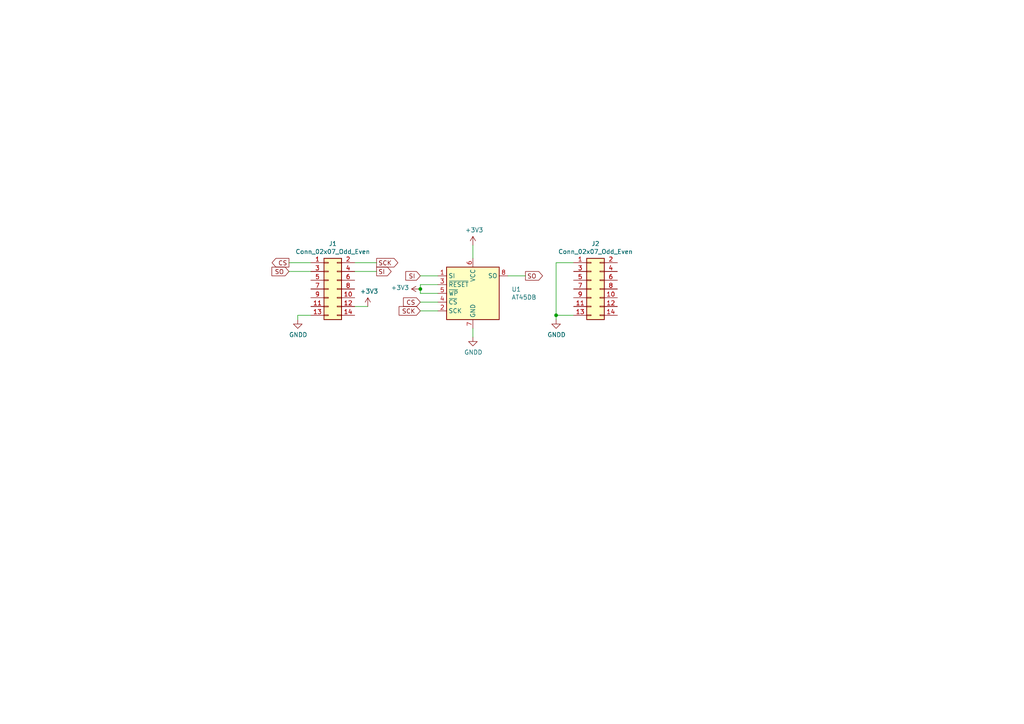
<source format=kicad_sch>
(kicad_sch (version 20230121) (generator eeschema)

  (uuid cd50e8ff-fae6-44d3-8d6e-d508bd3ca3f3)

  (paper "A4")

  (title_block
    (title "NANDO SOIC-8 adapter solder")
    (rev "v1.0")
  )

  (lib_symbols
    (symbol "nand_programmator:+3.3V" (power) (pin_names (offset 0)) (in_bom yes) (on_board yes)
      (property "Reference" "#PWR" (at 0 -3.81 0)
        (effects (font (size 1.27 1.27)) hide)
      )
      (property "Value" "+3.3V" (at 0 3.556 0)
        (effects (font (size 1.27 1.27)))
      )
      (property "Footprint" "" (at 0 0 0)
        (effects (font (size 1.27 1.27)))
      )
      (property "Datasheet" "" (at 0 0 0)
        (effects (font (size 1.27 1.27)))
      )
      (symbol "+3.3V_0_1"
        (polyline
          (pts
            (xy -0.762 1.27)
            (xy 0 2.54)
          )
          (stroke (width 0) (type solid))
          (fill (type none))
        )
        (polyline
          (pts
            (xy 0 0)
            (xy 0 2.54)
          )
          (stroke (width 0) (type solid))
          (fill (type none))
        )
        (polyline
          (pts
            (xy 0 2.54)
            (xy 0.762 1.27)
          )
          (stroke (width 0) (type solid))
          (fill (type none))
        )
      )
      (symbol "+3.3V_1_1"
        (pin power_in line (at 0 0 90) (length 0) hide
          (name "+3V3" (effects (font (size 1.27 1.27))))
          (number "1" (effects (font (size 1.27 1.27))))
        )
      )
    )
    (symbol "nand_programmator:AT45DB161D-SU" (in_bom yes) (on_board yes)
      (property "Reference" "U" (at -7.62 8.89 0)
        (effects (font (size 1.27 1.27)))
      )
      (property "Value" "AT45DB161D-SU" (at 10.16 8.89 0)
        (effects (font (size 1.27 1.27)))
      )
      (property "Footprint" "Package_SO:SOIC-8_5.275x5.275mm_P1.27mm" (at 29.21 -15.24 0)
        (effects (font (size 1.27 1.27)) hide)
      )
      (property "Datasheet" "https://www.adestotech.com/wp-content/uploads/doc3500.pdf" (at 0 0 0)
        (effects (font (size 1.27 1.27)) hide)
      )
      (property "ki_keywords" "Adesto Flash Memory DataFlash" (at 0 0 0)
        (effects (font (size 1.27 1.27)) hide)
      )
      (property "ki_description" "16Mb Serial DataFlash, 2.5V Vcc, SOIC-8" (at 0 0 0)
        (effects (font (size 1.27 1.27)) hide)
      )
      (property "ki_fp_filters" "SOIC*P1.27mm*" (at 0 0 0)
        (effects (font (size 1.27 1.27)) hide)
      )
      (symbol "AT45DB161D-SU_1_1"
        (rectangle (start -7.62 7.62) (end 7.62 -7.62)
          (stroke (width 0.254) (type solid))
          (fill (type background))
        )
        (pin input line (at -10.16 5.08 0) (length 2.54)
          (name "SI" (effects (font (size 1.27 1.27))))
          (number "1" (effects (font (size 1.27 1.27))))
        )
        (pin input line (at -10.16 -5.08 0) (length 2.54)
          (name "SCK" (effects (font (size 1.27 1.27))))
          (number "2" (effects (font (size 1.27 1.27))))
        )
        (pin bidirectional line (at -10.16 2.54 0) (length 2.54)
          (name "~{RESET}" (effects (font (size 1.27 1.27))))
          (number "3" (effects (font (size 1.27 1.27))))
        )
        (pin input line (at -10.16 -2.54 0) (length 2.54)
          (name "~{CS}" (effects (font (size 1.27 1.27))))
          (number "4" (effects (font (size 1.27 1.27))))
        )
        (pin input line (at -10.16 0 0) (length 2.54)
          (name "~{WP}" (effects (font (size 1.27 1.27))))
          (number "5" (effects (font (size 1.27 1.27))))
        )
        (pin power_in line (at 0 10.16 270) (length 2.54)
          (name "VCC" (effects (font (size 1.27 1.27))))
          (number "6" (effects (font (size 1.27 1.27))))
        )
        (pin power_in line (at 0 -10.16 90) (length 2.54)
          (name "GND" (effects (font (size 1.27 1.27))))
          (number "7" (effects (font (size 1.27 1.27))))
        )
        (pin output line (at 10.16 5.08 180) (length 2.54)
          (name "SO" (effects (font (size 1.27 1.27))))
          (number "8" (effects (font (size 1.27 1.27))))
        )
      )
    )
    (symbol "nand_programmator:Conn_02x07_Odd_Even" (pin_names (offset 1.016) hide) (in_bom yes) (on_board yes)
      (property "Reference" "J" (at 1.27 10.16 0)
        (effects (font (size 1.27 1.27)))
      )
      (property "Value" "Conn_02x07_Odd_Even" (at 1.27 -10.16 0)
        (effects (font (size 1.27 1.27)))
      )
      (property "Footprint" "" (at 0 0 0)
        (effects (font (size 1.27 1.27)) hide)
      )
      (property "Datasheet" "~" (at 0 0 0)
        (effects (font (size 1.27 1.27)) hide)
      )
      (property "ki_keywords" "connector" (at 0 0 0)
        (effects (font (size 1.27 1.27)) hide)
      )
      (property "ki_description" "Generic connector, double row, 02x07, odd/even pin numbering scheme (row 1 odd numbers, row 2 even numbers), script generated (kicad-library-utils/schlib/autogen/connector/)" (at 0 0 0)
        (effects (font (size 1.27 1.27)) hide)
      )
      (property "ki_fp_filters" "Connector*:*_2x??_*" (at 0 0 0)
        (effects (font (size 1.27 1.27)) hide)
      )
      (symbol "Conn_02x07_Odd_Even_1_1"
        (rectangle (start -1.27 -7.493) (end 0 -7.747)
          (stroke (width 0.1524) (type solid))
          (fill (type none))
        )
        (rectangle (start -1.27 -4.953) (end 0 -5.207)
          (stroke (width 0.1524) (type solid))
          (fill (type none))
        )
        (rectangle (start -1.27 -2.413) (end 0 -2.667)
          (stroke (width 0.1524) (type solid))
          (fill (type none))
        )
        (rectangle (start -1.27 0.127) (end 0 -0.127)
          (stroke (width 0.1524) (type solid))
          (fill (type none))
        )
        (rectangle (start -1.27 2.667) (end 0 2.413)
          (stroke (width 0.1524) (type solid))
          (fill (type none))
        )
        (rectangle (start -1.27 5.207) (end 0 4.953)
          (stroke (width 0.1524) (type solid))
          (fill (type none))
        )
        (rectangle (start -1.27 7.747) (end 0 7.493)
          (stroke (width 0.1524) (type solid))
          (fill (type none))
        )
        (rectangle (start -1.27 8.89) (end 3.81 -8.89)
          (stroke (width 0.254) (type solid))
          (fill (type background))
        )
        (rectangle (start 3.81 -7.493) (end 2.54 -7.747)
          (stroke (width 0.1524) (type solid))
          (fill (type none))
        )
        (rectangle (start 3.81 -4.953) (end 2.54 -5.207)
          (stroke (width 0.1524) (type solid))
          (fill (type none))
        )
        (rectangle (start 3.81 -2.413) (end 2.54 -2.667)
          (stroke (width 0.1524) (type solid))
          (fill (type none))
        )
        (rectangle (start 3.81 0.127) (end 2.54 -0.127)
          (stroke (width 0.1524) (type solid))
          (fill (type none))
        )
        (rectangle (start 3.81 2.667) (end 2.54 2.413)
          (stroke (width 0.1524) (type solid))
          (fill (type none))
        )
        (rectangle (start 3.81 5.207) (end 2.54 4.953)
          (stroke (width 0.1524) (type solid))
          (fill (type none))
        )
        (rectangle (start 3.81 7.747) (end 2.54 7.493)
          (stroke (width 0.1524) (type solid))
          (fill (type none))
        )
        (pin passive line (at -5.08 7.62 0) (length 3.81)
          (name "Pin_1" (effects (font (size 1.27 1.27))))
          (number "1" (effects (font (size 1.27 1.27))))
        )
        (pin passive line (at 7.62 -2.54 180) (length 3.81)
          (name "Pin_10" (effects (font (size 1.27 1.27))))
          (number "10" (effects (font (size 1.27 1.27))))
        )
        (pin passive line (at -5.08 -5.08 0) (length 3.81)
          (name "Pin_11" (effects (font (size 1.27 1.27))))
          (number "11" (effects (font (size 1.27 1.27))))
        )
        (pin passive line (at 7.62 -5.08 180) (length 3.81)
          (name "Pin_12" (effects (font (size 1.27 1.27))))
          (number "12" (effects (font (size 1.27 1.27))))
        )
        (pin passive line (at -5.08 -7.62 0) (length 3.81)
          (name "Pin_13" (effects (font (size 1.27 1.27))))
          (number "13" (effects (font (size 1.27 1.27))))
        )
        (pin passive line (at 7.62 -7.62 180) (length 3.81)
          (name "Pin_14" (effects (font (size 1.27 1.27))))
          (number "14" (effects (font (size 1.27 1.27))))
        )
        (pin passive line (at 7.62 7.62 180) (length 3.81)
          (name "Pin_2" (effects (font (size 1.27 1.27))))
          (number "2" (effects (font (size 1.27 1.27))))
        )
        (pin passive line (at -5.08 5.08 0) (length 3.81)
          (name "Pin_3" (effects (font (size 1.27 1.27))))
          (number "3" (effects (font (size 1.27 1.27))))
        )
        (pin passive line (at 7.62 5.08 180) (length 3.81)
          (name "Pin_4" (effects (font (size 1.27 1.27))))
          (number "4" (effects (font (size 1.27 1.27))))
        )
        (pin passive line (at -5.08 2.54 0) (length 3.81)
          (name "Pin_5" (effects (font (size 1.27 1.27))))
          (number "5" (effects (font (size 1.27 1.27))))
        )
        (pin passive line (at 7.62 2.54 180) (length 3.81)
          (name "Pin_6" (effects (font (size 1.27 1.27))))
          (number "6" (effects (font (size 1.27 1.27))))
        )
        (pin passive line (at -5.08 0 0) (length 3.81)
          (name "Pin_7" (effects (font (size 1.27 1.27))))
          (number "7" (effects (font (size 1.27 1.27))))
        )
        (pin passive line (at 7.62 0 180) (length 3.81)
          (name "Pin_8" (effects (font (size 1.27 1.27))))
          (number "8" (effects (font (size 1.27 1.27))))
        )
        (pin passive line (at -5.08 -2.54 0) (length 3.81)
          (name "Pin_9" (effects (font (size 1.27 1.27))))
          (number "9" (effects (font (size 1.27 1.27))))
        )
      )
    )
    (symbol "nand_programmator:GNDD" (power) (pin_names (offset 0)) (in_bom yes) (on_board yes)
      (property "Reference" "#PWR" (at 0 -6.35 0)
        (effects (font (size 1.27 1.27)) hide)
      )
      (property "Value" "GNDD" (at 0 -3.81 0)
        (effects (font (size 1.27 1.27)))
      )
      (property "Footprint" "" (at 0 0 0)
        (effects (font (size 1.27 1.27)))
      )
      (property "Datasheet" "" (at 0 0 0)
        (effects (font (size 1.27 1.27)))
      )
      (symbol "GNDD_0_1"
        (polyline
          (pts
            (xy 0 0)
            (xy 0 -1.27)
            (xy 1.27 -1.27)
            (xy 0 -2.54)
            (xy -1.27 -1.27)
            (xy 0 -1.27)
          )
          (stroke (width 0) (type solid))
          (fill (type none))
        )
      )
      (symbol "GNDD_1_1"
        (pin power_in line (at 0 0 270) (length 0) hide
          (name "GNDD" (effects (font (size 1.27 1.27))))
          (number "1" (effects (font (size 1.27 1.27))))
        )
      )
    )
  )

  (junction (at 121.92 83.82) (diameter 0) (color 0 0 0 0)
    (uuid 68535c64-f983-425d-83b2-58a7a8d43e8d)
  )
  (junction (at 161.29 91.44) (diameter 0) (color 0 0 0 0)
    (uuid aa06d61e-25af-47b0-96bc-656cd50e644c)
  )

  (wire (pts (xy 102.87 78.74) (xy 109.22 78.74))
    (stroke (width 0) (type default))
    (uuid 1683f84a-2fa9-4a8a-974b-cb1d2984b33e)
  )
  (wire (pts (xy 121.92 90.17) (xy 127 90.17))
    (stroke (width 0) (type default))
    (uuid 21b11618-5b85-43b9-a316-6c25068e47b2)
  )
  (wire (pts (xy 166.37 91.44) (xy 161.29 91.44))
    (stroke (width 0) (type default))
    (uuid 355e1eb3-8125-4415-85a3-adc7142e0f10)
  )
  (wire (pts (xy 137.16 71.12) (xy 137.16 74.93))
    (stroke (width 0) (type default))
    (uuid 385cffb6-9a6b-4dd7-957c-5c42281e8a8a)
  )
  (wire (pts (xy 147.32 80.01) (xy 152.4 80.01))
    (stroke (width 0) (type default))
    (uuid 45389407-549c-4cde-8da9-a9839b30fca6)
  )
  (wire (pts (xy 127 82.55) (xy 121.92 82.55))
    (stroke (width 0) (type default))
    (uuid 5a91dece-01ea-472f-ae75-7e86871533b4)
  )
  (wire (pts (xy 127 85.09) (xy 121.92 85.09))
    (stroke (width 0) (type default))
    (uuid 6406aec6-59c3-4a3b-bbec-db2c696b681f)
  )
  (wire (pts (xy 86.36 92.71) (xy 86.36 91.44))
    (stroke (width 0) (type default))
    (uuid 6918cc59-a434-4fef-9963-11aa4a9a84d9)
  )
  (wire (pts (xy 166.37 76.2) (xy 161.29 76.2))
    (stroke (width 0) (type default))
    (uuid 695bf6ea-adab-4f32-b019-b74f4af96b22)
  )
  (wire (pts (xy 86.36 91.44) (xy 90.17 91.44))
    (stroke (width 0) (type default))
    (uuid 72df3afe-a2f0-4dfa-84fa-21a07cdba8dd)
  )
  (wire (pts (xy 106.68 88.9) (xy 102.87 88.9))
    (stroke (width 0) (type default))
    (uuid 9da2168c-6197-4e1e-a7aa-a45d0871673e)
  )
  (wire (pts (xy 83.82 78.74) (xy 90.17 78.74))
    (stroke (width 0) (type default))
    (uuid aa3d2a45-6006-40cd-a85e-26b6191cfc44)
  )
  (wire (pts (xy 121.92 85.09) (xy 121.92 83.82))
    (stroke (width 0) (type default))
    (uuid af7b78b6-0b64-45cd-b375-a20b94c5fb8c)
  )
  (wire (pts (xy 137.16 95.25) (xy 137.16 97.79))
    (stroke (width 0) (type default))
    (uuid bc397898-d12f-4613-9602-6fd521b8102a)
  )
  (wire (pts (xy 121.92 82.55) (xy 121.92 83.82))
    (stroke (width 0) (type default))
    (uuid bdc68d39-2e1b-4784-8fec-7d152a3418d9)
  )
  (wire (pts (xy 102.87 76.2) (xy 109.22 76.2))
    (stroke (width 0) (type default))
    (uuid c3a4ec31-e202-47f3-90a1-0b28bc1d3eb3)
  )
  (wire (pts (xy 121.92 80.01) (xy 127 80.01))
    (stroke (width 0) (type default))
    (uuid ca201e19-ba4d-41a7-ac81-f8c27acc3de0)
  )
  (wire (pts (xy 121.92 87.63) (xy 127 87.63))
    (stroke (width 0) (type default))
    (uuid d0277528-0ccb-4f53-a895-9cee9065f8ba)
  )
  (wire (pts (xy 83.82 76.2) (xy 90.17 76.2))
    (stroke (width 0) (type default))
    (uuid ebf7354f-2f6d-44a7-829f-917ddc9ff037)
  )
  (wire (pts (xy 161.29 91.44) (xy 161.29 92.71))
    (stroke (width 0) (type default))
    (uuid faba8e85-8882-444b-a9aa-5ef09f7c2895)
  )
  (wire (pts (xy 161.29 76.2) (xy 161.29 91.44))
    (stroke (width 0) (type default))
    (uuid fed77c81-4a47-44ef-a75f-41ccc42bb7f3)
  )

  (global_label "SO" (shape output) (at 152.4 80.01 0)
    (effects (font (size 1.27 1.27)) (justify left))
    (uuid 0f9cb3af-eb81-4649-a6d1-1dfca2a44e20)
    (property "Intersheetrefs" "${INTERSHEET_REFS}" (at 152.4 80.01 0)
      (effects (font (size 1.27 1.27)) hide)
    )
  )
  (global_label "SI" (shape input) (at 121.92 80.01 180)
    (effects (font (size 1.27 1.27)) (justify right))
    (uuid 72a914f6-7c65-46e6-b1e6-0b9d4e9a158a)
    (property "Intersheetrefs" "${INTERSHEET_REFS}" (at 121.92 80.01 0)
      (effects (font (size 1.27 1.27)) hide)
    )
  )
  (global_label "CS" (shape output) (at 83.82 76.2 180)
    (effects (font (size 1.27 1.27)) (justify right))
    (uuid 77debe62-cb4b-4ec5-a92a-ec6cf1eb5e17)
    (property "Intersheetrefs" "${INTERSHEET_REFS}" (at 83.82 76.2 0)
      (effects (font (size 1.27 1.27)) hide)
    )
  )
  (global_label "SO" (shape input) (at 83.82 78.74 180)
    (effects (font (size 1.27 1.27)) (justify right))
    (uuid 95ed9306-842c-491c-8492-06a1e532c948)
    (property "Intersheetrefs" "${INTERSHEET_REFS}" (at 83.82 78.74 0)
      (effects (font (size 1.27 1.27)) hide)
    )
  )
  (global_label "SCK" (shape output) (at 109.22 76.2 0)
    (effects (font (size 1.27 1.27)) (justify left))
    (uuid cfccc3a8-2f61-4fad-b2e9-3868f08710d8)
    (property "Intersheetrefs" "${INTERSHEET_REFS}" (at 109.22 76.2 0)
      (effects (font (size 1.27 1.27)) hide)
    )
  )
  (global_label "CS" (shape input) (at 121.92 87.63 180)
    (effects (font (size 1.27 1.27)) (justify right))
    (uuid e2286127-09cb-464f-8c4b-28b5969f8ebb)
    (property "Intersheetrefs" "${INTERSHEET_REFS}" (at 121.92 87.63 0)
      (effects (font (size 1.27 1.27)) hide)
    )
  )
  (global_label "SCK" (shape input) (at 121.92 90.17 180)
    (effects (font (size 1.27 1.27)) (justify right))
    (uuid f2f485d0-5b8f-4648-9ca3-e93f88313975)
    (property "Intersheetrefs" "${INTERSHEET_REFS}" (at 121.92 90.17 0)
      (effects (font (size 1.27 1.27)) hide)
    )
  )
  (global_label "SI" (shape output) (at 109.22 78.74 0)
    (effects (font (size 1.27 1.27)) (justify left))
    (uuid fd58a320-6ba3-43a7-9439-457368d991b4)
    (property "Intersheetrefs" "${INTERSHEET_REFS}" (at 109.22 78.74 0)
      (effects (font (size 1.27 1.27)) hide)
    )
  )

  (symbol (lib_id "nand_programmator:AT45DB161D-SU") (at 137.16 85.09 0) (unit 1)
    (in_bom yes) (on_board yes) (dnp no)
    (uuid 00000000-0000-0000-0000-00005f656105)
    (property "Reference" "U1" (at 148.3614 83.9216 0)
      (effects (font (size 1.27 1.27)) (justify left))
    )
    (property "Value" "AT45DB" (at 148.3614 86.233 0)
      (effects (font (size 1.27 1.27)) (justify left))
    )
    (property "Footprint" "Package_SO:SOIC-8_3.9x4.9mm_P1.27mm" (at 166.37 100.33 0)
      (effects (font (size 1.27 1.27)) hide)
    )
    (property "Datasheet" "https://www.adestotech.com/wp-content/uploads/doc3500.pdf" (at 137.16 85.09 0)
      (effects (font (size 1.27 1.27)) hide)
    )
    (pin "1" (uuid 6d6905ad-6105-4cc7-8a51-9f888fc4dc6b))
    (pin "2" (uuid 1b60e3c6-dbce-4b05-afa7-fd660b1b7533))
    (pin "3" (uuid ee7e3d73-6a63-4bff-9730-046955f88904))
    (pin "4" (uuid 45c41271-912c-41ab-bdd4-990177183515))
    (pin "5" (uuid 58cecd3a-162c-41e4-a93c-6735b0bea535))
    (pin "6" (uuid ca4997ca-6345-4c5a-bea3-7f1a999cd2b8))
    (pin "7" (uuid 7df0ede8-5a72-4b94-ac6a-72bc1bc9ece4))
    (pin "8" (uuid 75dc1c7a-4bad-4820-9a60-16f8ef08d315))
    (instances
      (project "adapter_soic8_solder"
        (path "/cd50e8ff-fae6-44d3-8d6e-d508bd3ca3f3"
          (reference "U1") (unit 1)
        )
      )
    )
  )

  (symbol (lib_id "nand_programmator:Conn_02x07_Odd_Even") (at 95.25 83.82 0) (unit 1)
    (in_bom yes) (on_board yes) (dnp no)
    (uuid 00000000-0000-0000-0000-00005f6563ad)
    (property "Reference" "J1" (at 96.52 70.6882 0)
      (effects (font (size 1.27 1.27)))
    )
    (property "Value" "Conn_02x07_Odd_Even" (at 96.52 72.9996 0)
      (effects (font (size 1.27 1.27)))
    )
    (property "Footprint" "Connector_PinSocket_2.54mm:PinSocket_2x07_P2.54mm_Vertical" (at 95.25 83.82 0)
      (effects (font (size 1.27 1.27)) hide)
    )
    (property "Datasheet" "~" (at 95.25 83.82 0)
      (effects (font (size 1.27 1.27)) hide)
    )
    (property "Farnell Ref" "1392520" (at 95.25 83.82 0)
      (effects (font (size 1.27 1.27)) hide)
    )
    (pin "1" (uuid 8a1a28b6-9475-4c2c-bf84-f2ea360a3681))
    (pin "10" (uuid a47b65d4-66ef-425c-8ef2-9da51b68502d))
    (pin "11" (uuid 8efce06d-11e0-4c92-be3e-01bba1f775ce))
    (pin "12" (uuid 4f399a3e-f6e6-42dc-a11f-33e567550c50))
    (pin "13" (uuid eb9b910b-2fdc-448f-903e-cce40d3b2989))
    (pin "14" (uuid 5784396c-e775-400d-a86e-f37d98465b1d))
    (pin "2" (uuid 5ee1d7bc-f7c3-46b2-8d1f-0722b3264c4e))
    (pin "3" (uuid a93169a4-7398-49f0-aa31-bdfa0acc09fc))
    (pin "4" (uuid 913de532-1d54-4cb9-a673-6a486cba10d3))
    (pin "5" (uuid 819d7a4e-a5c5-436f-8908-27e3dfcd4dc6))
    (pin "6" (uuid 69303a66-e75f-4f59-b917-12882594978c))
    (pin "7" (uuid 38a64dcf-c3d4-484c-8bdb-3fd40312fa23))
    (pin "8" (uuid e88301a4-16eb-482d-85b9-b524ed0cc582))
    (pin "9" (uuid f1ad393b-c6f3-4982-a3b7-00431c2c7b2f))
    (instances
      (project "adapter_soic8_solder"
        (path "/cd50e8ff-fae6-44d3-8d6e-d508bd3ca3f3"
          (reference "J1") (unit 1)
        )
      )
    )
  )

  (symbol (lib_id "nand_programmator:Conn_02x07_Odd_Even") (at 171.45 83.82 0) (unit 1)
    (in_bom yes) (on_board yes) (dnp no)
    (uuid 00000000-0000-0000-0000-00005f65640f)
    (property "Reference" "J2" (at 172.72 70.6882 0)
      (effects (font (size 1.27 1.27)))
    )
    (property "Value" "Conn_02x07_Odd_Even" (at 172.72 72.9996 0)
      (effects (font (size 1.27 1.27)))
    )
    (property "Footprint" "Connector_PinSocket_2.54mm:PinSocket_2x07_P2.54mm_Vertical" (at 171.45 83.82 0)
      (effects (font (size 1.27 1.27)) hide)
    )
    (property "Datasheet" "~" (at 171.45 83.82 0)
      (effects (font (size 1.27 1.27)) hide)
    )
    (property "Farnell Ref" "1392520" (at 171.45 83.82 0)
      (effects (font (size 1.27 1.27)) hide)
    )
    (pin "1" (uuid 4697954f-cfa5-4848-96f2-1b456048f27d))
    (pin "10" (uuid 179eea53-0c17-4a25-8957-48417e9791e9))
    (pin "11" (uuid c1d490c8-f6ee-4248-ac1b-c76ada3f175d))
    (pin "12" (uuid 73eafc8e-0f69-46f3-bc95-464657610ac4))
    (pin "13" (uuid 394e0f9c-3714-465f-b15c-0e1c90b0ec94))
    (pin "14" (uuid 27bd8257-a060-4664-9ecf-8c5908363fe3))
    (pin "2" (uuid 1d93a422-dd43-4fd9-8b18-443666749b0b))
    (pin "3" (uuid d864da6b-b160-4bcc-a32b-d4e39b40eb75))
    (pin "4" (uuid 2de73035-c8a7-4c0c-807b-e959133fedd7))
    (pin "5" (uuid a974ab43-3922-4300-8844-5fcad098c7f3))
    (pin "6" (uuid d8430f91-1c9d-4b36-a824-edacbc526e73))
    (pin "7" (uuid cefb9c0c-d213-4626-bb91-23ccf1b9234e))
    (pin "8" (uuid a814d127-672d-4693-b513-ebfcb2295ec4))
    (pin "9" (uuid f0d5898c-fc33-4456-b7c6-4f273d6fff0d))
    (instances
      (project "adapter_soic8_solder"
        (path "/cd50e8ff-fae6-44d3-8d6e-d508bd3ca3f3"
          (reference "J2") (unit 1)
        )
      )
    )
  )

  (symbol (lib_id "nand_programmator:GNDD") (at 137.16 97.79 0) (unit 1)
    (in_bom yes) (on_board yes) (dnp no)
    (uuid 00000000-0000-0000-0000-00005f65723c)
    (property "Reference" "#PWR0101" (at 137.16 104.14 0)
      (effects (font (size 1.27 1.27)) hide)
    )
    (property "Value" "GNDD" (at 137.287 102.1842 0)
      (effects (font (size 1.27 1.27)))
    )
    (property "Footprint" "" (at 137.16 97.79 0)
      (effects (font (size 1.27 1.27)))
    )
    (property "Datasheet" "" (at 137.16 97.79 0)
      (effects (font (size 1.27 1.27)))
    )
    (pin "1" (uuid 1680b7f3-9a68-4fbc-8f94-16c58866c231))
    (instances
      (project "adapter_soic8_solder"
        (path "/cd50e8ff-fae6-44d3-8d6e-d508bd3ca3f3"
          (reference "#PWR0101") (unit 1)
        )
      )
    )
  )

  (symbol (lib_id "nand_programmator:GNDD") (at 86.36 92.71 0) (unit 1)
    (in_bom yes) (on_board yes) (dnp no)
    (uuid 00000000-0000-0000-0000-00005f657271)
    (property "Reference" "#PWR0102" (at 86.36 99.06 0)
      (effects (font (size 1.27 1.27)) hide)
    )
    (property "Value" "GNDD" (at 86.487 97.1042 0)
      (effects (font (size 1.27 1.27)))
    )
    (property "Footprint" "" (at 86.36 92.71 0)
      (effects (font (size 1.27 1.27)))
    )
    (property "Datasheet" "" (at 86.36 92.71 0)
      (effects (font (size 1.27 1.27)))
    )
    (pin "1" (uuid f7b2f28a-b309-4fa9-b218-4817403ea5c5))
    (instances
      (project "adapter_soic8_solder"
        (path "/cd50e8ff-fae6-44d3-8d6e-d508bd3ca3f3"
          (reference "#PWR0102") (unit 1)
        )
      )
    )
  )

  (symbol (lib_id "nand_programmator:+3.3V") (at 106.68 88.9 0) (unit 1)
    (in_bom yes) (on_board yes) (dnp no)
    (uuid 00000000-0000-0000-0000-00005f6572c8)
    (property "Reference" "#PWR0103" (at 106.68 92.71 0)
      (effects (font (size 1.27 1.27)) hide)
    )
    (property "Value" "+3.3V" (at 107.061 84.5058 0)
      (effects (font (size 1.27 1.27)))
    )
    (property "Footprint" "" (at 106.68 88.9 0)
      (effects (font (size 1.27 1.27)))
    )
    (property "Datasheet" "" (at 106.68 88.9 0)
      (effects (font (size 1.27 1.27)))
    )
    (pin "1" (uuid 1ac74781-a306-46a8-adf4-659f95566ded))
    (instances
      (project "adapter_soic8_solder"
        (path "/cd50e8ff-fae6-44d3-8d6e-d508bd3ca3f3"
          (reference "#PWR0103") (unit 1)
        )
      )
    )
  )

  (symbol (lib_id "nand_programmator:+3.3V") (at 137.16 71.12 0) (unit 1)
    (in_bom yes) (on_board yes) (dnp no)
    (uuid 00000000-0000-0000-0000-00005f6572f3)
    (property "Reference" "#PWR0104" (at 137.16 74.93 0)
      (effects (font (size 1.27 1.27)) hide)
    )
    (property "Value" "+3.3V" (at 137.541 66.7258 0)
      (effects (font (size 1.27 1.27)))
    )
    (property "Footprint" "" (at 137.16 71.12 0)
      (effects (font (size 1.27 1.27)))
    )
    (property "Datasheet" "" (at 137.16 71.12 0)
      (effects (font (size 1.27 1.27)))
    )
    (pin "1" (uuid 53947ed6-5151-46d5-a7e2-81284874f7c8))
    (instances
      (project "adapter_soic8_solder"
        (path "/cd50e8ff-fae6-44d3-8d6e-d508bd3ca3f3"
          (reference "#PWR0104") (unit 1)
        )
      )
    )
  )

  (symbol (lib_id "nand_programmator:+3.3V") (at 121.92 83.82 90) (unit 1)
    (in_bom yes) (on_board yes) (dnp no)
    (uuid 00000000-0000-0000-0000-00005f6579fe)
    (property "Reference" "#PWR0105" (at 125.73 83.82 0)
      (effects (font (size 1.27 1.27)) hide)
    )
    (property "Value" "+3.3V" (at 118.6688 83.439 90)
      (effects (font (size 1.27 1.27)) (justify left))
    )
    (property "Footprint" "" (at 121.92 83.82 0)
      (effects (font (size 1.27 1.27)))
    )
    (property "Datasheet" "" (at 121.92 83.82 0)
      (effects (font (size 1.27 1.27)))
    )
    (pin "1" (uuid 9056961c-1e07-47a8-b0c8-71b6075a5cdf))
    (instances
      (project "adapter_soic8_solder"
        (path "/cd50e8ff-fae6-44d3-8d6e-d508bd3ca3f3"
          (reference "#PWR0105") (unit 1)
        )
      )
    )
  )

  (symbol (lib_id "nand_programmator:GNDD") (at 161.29 92.71 0) (unit 1)
    (in_bom yes) (on_board yes) (dnp no)
    (uuid c2388adc-73b0-4a1c-9743-e5076886b6a0)
    (property "Reference" "#PWR01" (at 161.29 99.06 0)
      (effects (font (size 1.27 1.27)) hide)
    )
    (property "Value" "GNDD" (at 161.417 97.1042 0)
      (effects (font (size 1.27 1.27)))
    )
    (property "Footprint" "" (at 161.29 92.71 0)
      (effects (font (size 1.27 1.27)))
    )
    (property "Datasheet" "" (at 161.29 92.71 0)
      (effects (font (size 1.27 1.27)))
    )
    (pin "1" (uuid dec570ef-f733-40c9-a5c5-5f2f26df3bf7))
    (instances
      (project "adapter_soic8_solder"
        (path "/cd50e8ff-fae6-44d3-8d6e-d508bd3ca3f3"
          (reference "#PWR01") (unit 1)
        )
      )
    )
  )

  (sheet_instances
    (path "/" (page "1"))
  )
)

</source>
